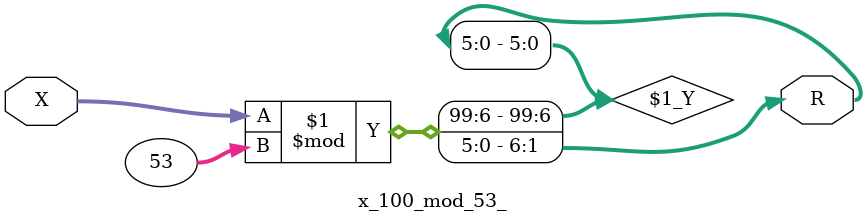
<source format=v>
module x_100_mod_53_(
    input [100:1] X,
    output [6:1] R
    );


assign R = X % 53;

endmodule

</source>
